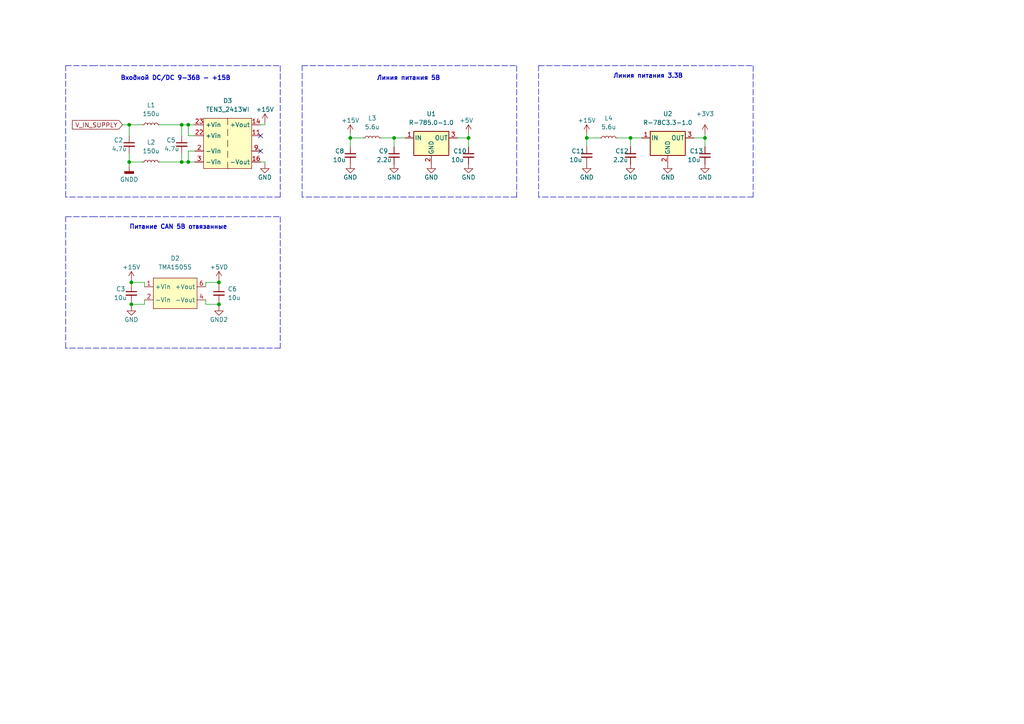
<source format=kicad_sch>
(kicad_sch (version 20211123) (generator eeschema)
  (paper "A4")
  (lib_symbols
    (symbol "Device:C_Small" (pin_numbers hide) (pin_names (offset 0.254) hide)
      (property "Reference" "C" (at 0.254 1.778 0))
      (property "Value" "C_Small" (at 0.254 -2.032 0))
      (symbol "C_Small_0_1"
        (polyline (pts (xy -1.524 -0.508) (xy 1.524 -0.508)) (stroke (width 0.3302)))
        (polyline (pts (xy -1.524 0.508) (xy 1.524 0.508)) (stroke (width 0.3048)))
      )
      (symbol "C_Small_1_1"
        (pin passive line (at 0 2.54 270) (length 2.032) (name "~") (number "1"))
        (pin passive line (at 0 -2.54 90) (length 2.032) (name "~") (number "2"))
      )
    )
    (symbol "Device:L_Small" (pin_numbers hide) (pin_names (offset 0.254) hide)
      (property "Reference" "L" (at 0.762 1.016 0))
      (property "Value" "L_Small" (at 0.762 -1.016 0))
      (symbol "L_Small_0_1"
        (arc (start 0 -2.032) (mid 0.508 -1.524) (end 0 -1.016))
        (arc (start 0 -1.016) (mid 0.508 -0.508) (end 0 0))
        (arc (start 0 0) (mid 0.508 0.508) (end 0 1.016))
        (arc (start 0 1.016) (mid 0.508 1.524) (end 0 2.032))
      )
      (symbol "L_Small_1_1"
        (pin passive line (at 0 2.54 270) (length 0.508) (name "~") (number "1"))
        (pin passive line (at 0 -2.54 90) (length 0.508) (name "~") (number "2"))
      )
    )
    (symbol "Regulator_Switching:R-785.0-1.0" (pin_names (offset 0.254))
      (property "Reference" "U" (at -3.81 3.175 0))
      (property "Value" "R-785.0-1.0" (at 0 3.175 0))
      (symbol "R-785.0-1.0_0_1"
        (rectangle (start -5.08 1.905) (end 5.08 -5.08) (stroke (width 0.254)) (fill (type background)))
      )
      (symbol "R-785.0-1.0_1_1"
        (pin power_in line (at -7.62 0 0) (length 2.54) (name "IN") (number "1"))
        (pin power_in line (at 0 -7.62 90) (length 2.54) (name "GND") (number "2"))
        (pin power_out line (at 7.62 0 180) (length 2.54) (name "OUT") (number "3"))
      )
    )
    (symbol "Regulator_Switching:R-78C3.3-1.0" (pin_names (offset 0.254))
      (property "Reference" "U" (at -3.81 3.175 0))
      (property "Value" "R-78C3.3-1.0" (at 0 3.175 0))
      (symbol "R-78C3.3-1.0_0_1"
        (rectangle (start -5.08 1.905) (end 5.08 -5.08) (stroke (width 0.254)) (fill (type background)))
      )
      (symbol "R-78C3.3-1.0_1_1"
        (pin power_in line (at -7.62 0 0) (length 2.54) (name "IN") (number "1"))
        (pin power_in line (at 0 -7.62 90) (length 2.54) (name "GND") (number "2"))
        (pin power_out line (at 7.62 0 180) (length 2.54) (name "OUT") (number "3"))
      )
    )
    (symbol "TRACO_My:TEN3_2413"
      (property "Reference" "D" (at 0 0 0))
      (property "Value" "TEN3_2413" (at 0 -1.905 0))
      (symbol "TEN3_2413_0_1"
        (rectangle (start -7.62 -3.81) (end 6.35 -18.415) (fill (type background)))
        (polyline (pts (xy -0.635 -16.51) (xy -0.635 -18.415)))
        (polyline (pts (xy -0.635 -13.335) (xy -0.635 -15.24)))
        (polyline (pts (xy -0.635 -10.16) (xy -0.635 -12.065)))
        (polyline (pts (xy -0.635 -6.985) (xy -0.635 -8.89)))
        (polyline (pts (xy -0.635 -3.81) (xy -0.635 -5.715)))
      )
      (symbol "TEN3_2413_1_1"
        (pin input line (at 8.89 -8.89 180) (length 2.54) (name "") (number "11"))
        (pin input line (at 8.89 -5.715 180) (length 2.54) (name "+Vout") (number "14"))
        (pin input line (at 8.89 -16.51 180) (length 2.54) (name "-Vout") (number "16"))
        (pin input line (at -10.16 -13.335 0) (length 2.54) (name "-Vin") (number "2"))
        (pin input line (at -10.16 -8.89 0) (length 2.54) (name "+Vin") (number "22"))
        (pin input line (at -10.16 -5.715 0) (length 2.54) (name "+Vin") (number "23"))
        (pin input line (at -10.16 -16.51 0) (length 2.54) (name "-Vin") (number "3"))
        (pin input line (at 8.89 -13.335 180) (length 2.54) (name "") (number "9"))
      )
    )
    (symbol "TRACO_My:TMA1505S"
      (property "Reference" "D" (at 0 0 0))
      (property "Value" "TMA1505S" (at 0 -2.54 0))
      (symbol "TMA1505S_0_1"
        (rectangle (start -6.35 -3.81) (end 6.35 -12.7) (fill (type background)))
      )
      (symbol "TMA1505S_1_1"
        (pin input line (at -8.89 -6.35 0) (length 2.54) (name "+Vin") (number "1"))
        (pin input line (at -8.89 -10.16 0) (length 2.54) (name "-Vin") (number "2"))
        (pin input line (at 8.89 -10.16 180) (length 2.54) (name "-Vout") (number "4"))
        (pin input line (at 8.89 -6.35 180) (length 2.54) (name "+Vout") (number "6"))
      )
    )
    (symbol "power:+15V" (power) (pin_names (offset 0))
      (property "Value" "+15V" (at 0 3.556 0))
      (symbol "+15V_0_1"
        (polyline (pts (xy -0.762 1.27) (xy 0 2.54)))
        (polyline (pts (xy 0 0) (xy 0 2.54)))
        (polyline (pts (xy 0 2.54) (xy 0.762 1.27)))
      )
      (symbol "+15V_1_1"
        (pin power_in line (at 0 0 90) (length 0) hide (name "+15V") (number "1"))
      )
    )
    (symbol "power:+3.3V" (power) (pin_names (offset 0))
      (property "Value" "+3.3V" (at 0 3.556 0))
      (symbol "+3.3V_0_1"
        (polyline (pts (xy -0.762 1.27) (xy 0 2.54)))
        (polyline (pts (xy 0 0) (xy 0 2.54)))
        (polyline (pts (xy 0 2.54) (xy 0.762 1.27)))
      )
      (symbol "+3.3V_1_1"
        (pin power_in line (at 0 0 90) (length 0) hide (name "+3V3") (number "1"))
      )
    )
    (symbol "power:+5V" (power) (pin_names (offset 0))
      (property "Value" "+5V" (at 0 3.556 0))
      (symbol "+5V_0_1"
        (polyline (pts (xy -0.762 1.27) (xy 0 2.54)))
        (polyline (pts (xy 0 0) (xy 0 2.54)))
        (polyline (pts (xy 0 2.54) (xy 0.762 1.27)))
      )
      (symbol "+5V_1_1"
        (pin power_in line (at 0 0 90) (length 0) hide (name "+5V") (number "1"))
      )
    )
    (symbol "power:+5VD" (power) (pin_names (offset 0))
      (property "Value" "+5VD" (at 0 3.556 0))
      (symbol "+5VD_0_1"
        (polyline (pts (xy -0.762 1.27) (xy 0 2.54)))
        (polyline (pts (xy 0 0) (xy 0 2.54)))
        (polyline (pts (xy 0 2.54) (xy 0.762 1.27)))
      )
      (symbol "+5VD_1_1"
        (pin power_in line (at 0 0 90) (length 0) hide (name "+5VD") (number "1"))
      )
    )
    (symbol "power:GND" (power) (pin_names (offset 0))
      (property "Value" "GND" (at 0 -3.81 0))
      (symbol "GND_0_1"
        (polyline (pts (xy 0 0) (xy 0 -1.27) (xy 1.27 -1.27) (xy 0 -2.54) (xy -1.27 -1.27) (xy 0 -1.27)))
      )
      (symbol "GND_1_1"
        (pin power_in line (at 0 0 270) (length 0) hide (name "GND") (number "1"))
      )
    )
    (symbol "power:GND2" (power) (pin_names (offset 0))
      (property "Value" "GND2" (at 0 -3.81 0))
      (symbol "GND2_0_1"
        (polyline (pts (xy 0 0) (xy 0 -1.27) (xy 1.27 -1.27) (xy 0 -2.54) (xy -1.27 -1.27) (xy 0 -1.27)))
      )
      (symbol "GND2_1_1"
        (pin power_in line (at 0 0 270) (length 0) hide (name "GND2") (number "1"))
      )
    )
    (symbol "power:GNDD" (power) (pin_names (offset 0))
      (property "Value" "GNDD" (at 0 -3.175 0))
      (symbol "GNDD_0_1"
        (rectangle (start -1.27 -1.524) (end 1.27 -2.032) (stroke (width 0.254)) (fill (type outline)))
        (polyline (pts (xy 0 0) (xy 0 -1.524)))
      )
      (symbol "GNDD_1_1"
        (pin power_in line (at 0 0 270) (length 0) hide (name "GNDD") (number "1"))
      )
    )
  )
  (junction (at 63.5 88.265))
  (junction (at 54.61 46.99))
  (junction (at 37.465 36.195))
  (junction (at 52.705 36.195))
  (junction (at 170.18 40.005))
  (junction (at 114.3 40.005))
  (junction (at 101.6 40.005))
  (junction (at 38.1 88.265))
  (junction (at 38.1 81.915))
  (junction (at 135.89 40.005))
  (junction (at 204.47 40.005))
  (junction (at 63.5 81.915))
  (junction (at 52.705 46.99))
  (junction (at 54.61 36.195))
  (junction (at 182.88 40.005))
  (junction (at 37.465 46.99))
  (no_connect (at 75.565 43.815))
  (no_connect (at 75.565 39.37))
  (wire (pts (xy 37.465 46.99) (xy 37.465 48.26)))
  (wire (pts (xy 37.465 44.45) (xy 37.465 46.99)))
  (wire (pts (xy 52.705 39.37) (xy 52.705 36.195)))
  (polyline (pts (xy 87.63 57.15) (xy 87.63 19.05)))
  (wire (pts (xy 46.355 46.99) (xy 52.705 46.99)))
  (polyline (pts (xy 19.05 62.865) (xy 26.67 62.865)))
  (polyline (pts (xy 87.63 19.05) (xy 95.25 19.05)))
  (wire (pts (xy 37.465 36.195) (xy 37.465 39.37)))
  (wire (pts (xy 182.88 40.005) (xy 182.88 42.545)))
  (wire (pts (xy 204.47 40.005) (xy 204.47 42.545)))
  (wire (pts (xy 135.89 40.005) (xy 135.89 42.545)))
  (wire (pts (xy 132.715 40.005) (xy 135.89 40.005)))
  (wire (pts (xy 75.565 46.99) (xy 76.835 46.99)))
  (wire (pts (xy 59.69 81.915) (xy 59.69 83.185)))
  (wire (pts (xy 110.49 40.005) (xy 114.3 40.005)))
  (wire (pts (xy 54.61 46.99) (xy 56.515 46.99)))
  (wire (pts (xy 76.835 36.195) (xy 76.835 35.56)))
  (polyline (pts (xy 81.28 19.05) (xy 81.28 57.15)))
  (wire (pts (xy 186.055 40.005) (xy 182.88 40.005)))
  (wire (pts (xy 179.07 40.005) (xy 182.88 40.005)))
  (wire (pts (xy 37.465 36.195) (xy 41.275 36.195)))
  (wire (pts (xy 37.465 46.99) (xy 41.275 46.99)))
  (wire (pts (xy 41.91 86.995) (xy 41.91 88.265)))
  (wire (pts (xy 54.61 43.815) (xy 54.61 46.99)))
  (polyline (pts (xy 163.83 19.05) (xy 218.44 19.05)))
  (wire (pts (xy 41.91 81.915) (xy 38.1 81.915)))
  (wire (pts (xy 38.1 87.63) (xy 38.1 88.265)))
  (polyline (pts (xy 81.28 100.965) (xy 19.05 100.965)))
  (wire (pts (xy 56.515 43.815) (xy 54.61 43.815)))
  (wire (pts (xy 52.705 36.195) (xy 54.61 36.195)))
  (wire (pts (xy 105.41 40.005) (xy 101.6 40.005)))
  (wire (pts (xy 114.3 40.005) (xy 114.3 42.545)))
  (polyline (pts (xy 19.05 57.15) (xy 19.05 19.05)))
  (wire (pts (xy 63.5 87.63) (xy 63.5 88.265)))
  (wire (pts (xy 59.69 81.915) (xy 63.5 81.915)))
  (wire (pts (xy 101.6 38.735) (xy 101.6 40.005)))
  (wire (pts (xy 63.5 88.265) (xy 63.5 88.9)))
  (wire (pts (xy 41.91 83.185) (xy 41.91 81.915)))
  (wire (pts (xy 52.705 44.45) (xy 52.705 46.99)))
  (polyline (pts (xy 26.67 19.05) (xy 81.28 19.05)))
  (wire (pts (xy 41.91 88.265) (xy 38.1 88.265)))
  (wire (pts (xy 170.18 40.005) (xy 170.18 42.545)))
  (wire (pts (xy 170.18 38.735) (xy 170.18 40.005)))
  (wire (pts (xy 54.61 36.195) (xy 56.515 36.195)))
  (polyline (pts (xy 19.05 19.05) (xy 26.67 19.05)))
  (wire (pts (xy 59.69 86.995) (xy 59.69 88.265)))
  (polyline (pts (xy 218.44 57.15) (xy 156.21 57.15)))
  (polyline (pts (xy 149.86 57.15) (xy 87.63 57.15)))
  (wire (pts (xy 173.99 40.005) (xy 170.18 40.005)))
  (polyline (pts (xy 218.44 19.05) (xy 218.44 57.15)))
  (wire (pts (xy 38.1 81.28) (xy 38.1 81.915)))
  (wire (pts (xy 101.6 40.005) (xy 101.6 42.545)))
  (wire (pts (xy 52.705 46.99) (xy 54.61 46.99)))
  (polyline (pts (xy 156.21 19.05) (xy 163.83 19.05)))
  (wire (pts (xy 59.69 88.265) (xy 63.5 88.265)))
  (wire (pts (xy 135.89 38.735) (xy 135.89 40.005)))
  (wire (pts (xy 35.56 36.195) (xy 37.465 36.195)))
  (wire (pts (xy 54.61 39.37) (xy 54.61 36.195)))
  (polyline (pts (xy 81.28 62.865) (xy 81.28 100.965)))
  (wire (pts (xy 63.5 81.28) (xy 63.5 81.915)))
  (polyline (pts (xy 19.05 100.965) (xy 19.05 62.865)))
  (wire (pts (xy 46.355 36.195) (xy 52.705 36.195)))
  (wire (pts (xy 38.1 88.265) (xy 38.1 88.9)))
  (polyline (pts (xy 156.21 57.15) (xy 156.21 19.05)))
  (wire (pts (xy 117.475 40.005) (xy 114.3 40.005)))
  (wire (pts (xy 201.295 40.005) (xy 204.47 40.005)))
  (wire (pts (xy 38.1 81.915) (xy 38.1 82.55)))
  (wire (pts (xy 76.835 46.99) (xy 76.835 47.625)))
  (polyline (pts (xy 81.28 57.15) (xy 19.05 57.15)))
  (polyline (pts (xy 95.25 19.05) (xy 149.86 19.05)))
  (polyline (pts (xy 26.67 62.865) (xy 81.28 62.865)))
  (wire (pts (xy 56.515 39.37) (xy 54.61 39.37)))
  (wire (pts (xy 204.47 38.735) (xy 204.47 40.005)))
  (polyline (pts (xy 149.86 19.05) (xy 149.86 57.15)))
  (wire (pts (xy 63.5 81.915) (xy 63.5 82.55)))
  (wire (pts (xy 75.565 36.195) (xy 76.835 36.195)))
  (text "Питание CAN 5В отвязанные" (at 37.465 66.675 0) (effects (font (size 1.27 1.27) (thickness 0.254) bold) (justify left bottom)))
  (text "Входной DC/DC 9-36В - +15В" (at 34.925 23.495 0) (effects (font (size 1.27 1.27) (thickness 0.254) bold) (justify left bottom)))
  (text "Линия питания 3.3В\n" (at 177.8 22.86 0) (effects (font (size 1.27 1.27) (thickness 0.254) bold) (justify left bottom)))
  (text "Линия питания 5В" (at 109.22 23.495 0) (effects (font (size 1.27 1.27) (thickness 0.254) bold) (justify left bottom)))
  (global_label "V_IN_SUPPLY" (shape input) (at 35.56 36.195 180) (property "Intersheet References" "${INTERSHEET_REFS}" (effects hide)))
  (symbol (lib_id "power:+15V") (at 170.18 38.735 0)
    (property "Reference" "#PWR039" (effects hide))
    (property "Value" "+15V" (at 170.18 34.925 0))
  )
  (symbol (lib_id "power:GND") (at 170.18 47.625 0)
    (property "Reference" "#PWR042" (effects hide))
    (property "Value" "GND" (at 170.18 51.435 0))
  )
  (symbol (lib_id "power:GND") (at 38.1 88.9 0)
    (property "Reference" "#PWR022" (effects hide))
    (property "Value" "GND" (at 38.1 92.71 0))
  )
  (symbol (lib_id "power:GND") (at 135.89 47.625 0)
    (property "Reference" "#PWR038" (effects hide))
    (property "Value" "GND" (at 135.89 51.435 0))
  )
  (symbol (lib_id "power:GND") (at 114.3 47.625 0)
    (property "Reference" "#PWR033" (effects hide))
    (property "Value" "GND" (at 114.3 51.435 0))
  )
  (symbol (lib_id "Regulator_Switching:R-785.0-1.0") (at 125.095 40.005 0)
    (property "Reference" "U1" (at 125.095 33.02 0))
    (property "Value" "R-785.0-1.0" (at 125.095 35.56 0))
    (property "Footprint" "Converter_DCDC:Converter_DCDC_RECOM_R-78E-0.5_THT" (effects hide))
    (property "Datasheet" "https://www.recom-power.com/pdf/Innoline/R-78xx-1.0.pdf" (effects hide))
  )
  (symbol (lib_id "Device:C_Small") (at 52.705 41.91 0)
    (property "Reference" "C5" (at 48.26 40.64 0) (effects (justify left)))
    (property "Value" "4.7u" (at 47.625 43.18 0) (effects (justify left)))
    (property "Footprint" "Capacitor_SMD:C_1210_3225Metric_Pad1.33x2.70mm_HandSolder" (effects hide))
  )
  (symbol (lib_id "power:+3.3V") (at 204.47 38.735 0)
    (property "Reference" "#PWR045" (effects hide))
    (property "Value" "+3.3V" (at 204.47 33.02 0))
  )
  (symbol (lib_id "Device:L_Small") (at 107.95 40.005 90)
    (property "Reference" "L3" (at 107.95 34.29 90))
    (property "Value" "5.6u" (at 107.95 36.83 90))
    (property "Footprint" "Inductor_SMD:L_1210_3225Metric_Pad1.42x2.65mm_HandSolder" (effects hide))
  )
  (symbol (lib_id "power:+15V") (at 76.835 35.56 0)
    (property "Reference" "#PWR027" (effects hide))
    (property "Value" "+15V" (at 76.835 31.75 0))
  )
  (symbol (lib_id "Device:C_Small") (at 204.47 45.085 0)
    (property "Reference" "C13" (at 200.025 43.815 0) (effects (justify left)))
    (property "Value" "10u" (at 199.39 46.355 0) (effects (justify left)))
    (property "Footprint" "Capacitor_SMD:C_1210_3225Metric_Pad1.33x2.70mm_HandSolder" (effects hide))
  )
  (symbol (lib_id "power:GND") (at 182.88 47.625 0)
    (property "Reference" "#PWR043" (effects hide))
    (property "Value" "GND" (at 182.88 51.435 0))
  )
  (symbol (lib_id "power:+5V") (at 135.89 38.735 0)
    (property "Reference" "#PWR035" (effects hide))
    (property "Value" "+5V" (at 135.255 34.925 0))
  )
  (symbol (lib_id "power:GND2") (at 63.5 88.9 0)
    (property "Reference" "#PWR026" (effects hide))
    (property "Value" "GND2" (at 63.5 92.71 0))
  )
  (symbol (lib_id "Device:C_Small") (at 63.5 85.09 0)
    (property "Reference" "C6" (at 66.04 83.8262 0) (effects (justify left)))
    (property "Value" "10u" (at 66.04 86.3662 0) (effects (justify left)))
    (property "Footprint" "Capacitor_SMD:C_1210_3225Metric_Pad1.33x2.70mm_HandSolder" (effects hide))
  )
  (symbol (lib_id "Device:C_Small") (at 37.465 41.91 0)
    (property "Reference" "C2" (at 33.02 40.64 0) (effects (justify left)))
    (property "Value" "4.7u" (at 32.385 43.18 0) (effects (justify left)))
    (property "Footprint" "Capacitor_SMD:C_1210_3225Metric_Pad1.33x2.70mm_HandSolder" (effects hide))
  )
  (symbol (lib_id "power:+15V") (at 38.1 81.28 0)
    (property "Reference" "#PWR021" (effects hide))
    (property "Value" "+15V" (at 38.1 77.47 0))
  )
  (symbol (lib_id "Device:C_Small") (at 135.89 45.085 0)
    (property "Reference" "C10" (at 131.445 43.815 0) (effects (justify left)))
    (property "Value" "10u" (at 130.81 46.355 0) (effects (justify left)))
    (property "Footprint" "Capacitor_SMD:C_1210_3225Metric_Pad1.33x2.70mm_HandSolder" (effects hide))
  )
  (symbol (lib_id "power:GNDD") (at 37.465 48.26 0)
    (property "Reference" "#PWR020" (effects hide))
    (property "Value" "GNDD" (at 37.465 52.07 0))
  )
  (symbol (lib_id "power:+5VD") (at 63.5 81.28 0)
    (property "Reference" "#PWR023" (effects hide))
    (property "Value" "+5VD" (at 63.5 77.47 0))
  )
  (symbol (lib_id "Device:C_Small") (at 170.18 45.085 0)
    (property "Reference" "C11" (at 165.735 43.815 0) (effects (justify left)))
    (property "Value" "10u" (at 165.1 46.355 0) (effects (justify left)))
    (property "Footprint" "Capacitor_SMD:C_1210_3225Metric_Pad1.33x2.70mm_HandSolder" (effects hide))
  )
  (symbol (lib_id "TRACO_My:TEN3_2413") (at 66.675 30.48 0)
    (property "Reference" "D3" (at 66.04 29.21 0))
    (property "Value" "TEN3_2413WI" (at 66.04 31.75 0))
    (property "Footprint" "TRACO_My:TEN3_2413" (effects hide))
  )
  (symbol (lib_id "power:GND") (at 76.835 47.625 0)
    (property "Reference" "#PWR028" (effects hide))
    (property "Value" "GND" (at 76.835 51.435 0))
  )
  (symbol (lib_id "Device:L_Small") (at 176.53 40.005 90)
    (property "Reference" "L4" (at 176.53 34.29 90))
    (property "Value" "5.6u" (at 176.53 36.83 90))
    (property "Footprint" "Inductor_SMD:L_1210_3225Metric_Pad1.42x2.65mm_HandSolder" (effects hide))
  )
  (symbol (lib_id "power:GND") (at 193.675 47.625 0)
    (property "Reference" "#PWR044" (effects hide))
    (property "Value" "GND" (at 193.675 51.435 0))
  )
  (symbol (lib_id "Device:C_Small") (at 182.88 45.085 0)
    (property "Reference" "C12" (at 178.435 43.815 0) (effects (justify left)))
    (property "Value" "2.2u" (at 177.8 46.355 0) (effects (justify left)))
    (property "Footprint" "Capacitor_SMD:C_1210_3225Metric_Pad1.33x2.70mm_HandSolder" (effects hide))
  )
  (symbol (lib_id "TRACO_My:TMA1505S") (at 50.8 76.835 0)
    (property "Reference" "D2" (at 50.8 74.93 0))
    (property "Value" "TMA1505S" (at 50.8 77.47 0))
    (property "Footprint" "TRACO_My:TMA1505S" (effects hide))
  )
  (symbol (lib_id "power:GND") (at 204.47 47.625 0)
    (property "Reference" "#PWR046" (effects hide))
    (property "Value" "GND" (at 204.47 51.435 0))
  )
  (symbol (lib_id "Device:C_Small") (at 38.1 85.09 0)
    (property "Reference" "C3" (at 33.655 83.82 0) (effects (justify left)))
    (property "Value" "10u" (at 33.02 86.36 0) (effects (justify left)))
    (property "Footprint" "Capacitor_SMD:C_1210_3225Metric_Pad1.33x2.70mm_HandSolder" (effects hide))
  )
  (symbol (lib_id "power:GND") (at 125.095 47.625 0)
    (property "Reference" "#PWR034" (effects hide))
    (property "Value" "GND" (at 125.095 51.435 0))
  )
  (symbol (lib_id "Regulator_Switching:R-78C3.3-1.0") (at 193.675 40.005 0)
    (property "Reference" "U2" (at 193.675 33.02 0))
    (property "Value" "R-78C3.3-1.0" (at 193.675 35.56 0))
    (property "Footprint" "Converter_DCDC:Converter_DCDC_RECOM_R-78E-0.5_THT" (effects hide))
    (property "Datasheet" "https://www.recom-power.com/pdf/Innoline/R-78Cxx-1.0.pdf" (effects hide))
  )
  (symbol (lib_id "Device:L_Small") (at 43.815 36.195 90)
    (property "Reference" "L1" (at 43.815 30.48 90))
    (property "Value" "150u" (at 43.815 33.02 90))
    (property "Footprint" "Inductor_SMD:L_1210_3225Metric_Pad1.42x2.65mm_HandSolder" (effects hide))
  )
  (symbol (lib_id "power:GND") (at 101.6 47.625 0)
    (property "Reference" "#PWR032" (effects hide))
    (property "Value" "GND" (at 101.6 51.435 0))
  )
  (symbol (lib_id "Device:L_Small") (at 43.815 46.99 90)
    (property "Reference" "L2" (at 43.815 41.275 90))
    (property "Value" "150u" (at 43.815 43.815 90))
    (property "Footprint" "Inductor_SMD:L_1210_3225Metric_Pad1.42x2.65mm_HandSolder" (effects hide))
  )
  (symbol (lib_id "power:+15V") (at 101.6 38.735 0)
    (property "Reference" "#PWR029" (effects hide))
    (property "Value" "+15V" (at 101.6 34.925 0))
  )
  (symbol (lib_id "Device:C_Small") (at 101.6 45.085 0)
    (property "Reference" "C8" (at 97.155 43.815 0) (effects (justify left)))
    (property "Value" "10u" (at 96.52 46.355 0) (effects (justify left)))
    (property "Footprint" "Capacitor_SMD:C_1210_3225Metric_Pad1.33x2.70mm_HandSolder" (effects hide))
  )
  (symbol (lib_id "Device:C_Small") (at 114.3 45.085 0)
    (property "Reference" "C9" (at 109.855 43.815 0) (effects (justify left)))
    (property "Value" "2.2u" (at 109.22 46.355 0) (effects (justify left)))
    (property "Footprint" "Capacitor_SMD:C_1210_3225Metric_Pad1.33x2.70mm_HandSolder" (effects hide))
  )
)
</source>
